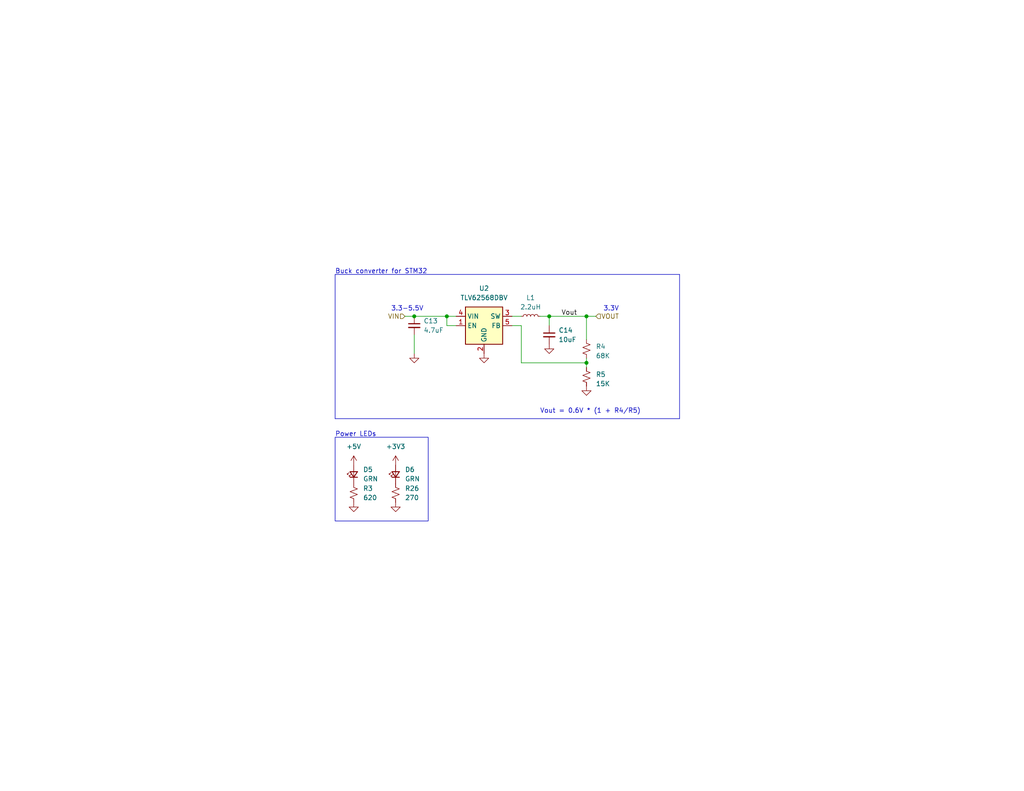
<source format=kicad_sch>
(kicad_sch (version 20230121) (generator eeschema)
  (paper "USLetter")
  (title_block (title "STM32 Buck Converter") (date "2023-09-16") (rev "A") (company "ECE 477"))
  (lib_symbols
    (symbol "Device:C_Small" (pin_numbers hide) (pin_names (offset 0.254) hide)
      (property "Reference" "C" (at 0.254 1.778 0))
      (property "Value" "C_Small" (at 0.254 -2.032 0))
      (symbol "C_Small_0_1"
        (polyline (pts (xy -1.524 -0.508) (xy 1.524 -0.508)) (stroke (width 0.3302)))
        (polyline (pts (xy -1.524 0.508) (xy 1.524 0.508)) (stroke (width 0.3048)))
      )
      (symbol "C_Small_1_1"
        (pin passive line (at 0 2.54 270) (length 2.032) (name "~") (number "1"))
        (pin passive line (at 0 -2.54 90) (length 2.032) (name "~") (number "2"))
      )
    )
    (symbol "Device:LED_Small" (pin_numbers hide) (pin_names (offset 0.254) hide)
      (property "Reference" "D" (at -1.27 3.175 0))
      (property "Value" "LED_Small" (at -4.445 -2.54 0))
      (symbol "LED_Small_0_1"
        (polyline (pts (xy -0.762 -1.016) (xy -0.762 1.016)) (stroke (width 0.254)))
        (polyline (pts (xy 1.016 0) (xy -0.762 0)))
        (polyline (pts (xy 0.762 -1.016) (xy -0.762 0) (xy 0.762 1.016) (xy 0.762 -1.016)) (stroke (width 0.254)))
        (polyline (pts (xy 0 0.762) (xy -0.508 1.27) (xy -0.254 1.27) (xy -0.508 1.27) (xy -0.508 1.016)))
        (polyline (pts (xy 0.508 1.27) (xy 0 1.778) (xy 0.254 1.778) (xy 0 1.778) (xy 0 1.524)))
      )
      (symbol "LED_Small_1_1"
        (pin passive line (at -2.54 0 0) (length 1.778) (name "K") (number "1"))
        (pin passive line (at 2.54 0 180) (length 1.778) (name "A") (number "2"))
      )
    )
    (symbol "Device:L_Small" (pin_numbers hide) (pin_names (offset 0.254) hide)
      (property "Reference" "L" (at 0.762 1.016 0))
      (property "Value" "L_Small" (at 0.762 -1.016 0))
      (symbol "L_Small_0_1"
        (arc (start 0 -2.032) (mid 0.5058 -1.524) (end 0 -1.016))
        (arc (start 0 -1.016) (mid 0.5058 -0.508) (end 0 0))
        (arc (start 0 0) (mid 0.5058 0.508) (end 0 1.016))
        (arc (start 0 1.016) (mid 0.5058 1.524) (end 0 2.032))
      )
      (symbol "L_Small_1_1"
        (pin passive line (at 0 2.54 270) (length 0.508) (name "~") (number "1"))
        (pin passive line (at 0 -2.54 90) (length 0.508) (name "~") (number "2"))
      )
    )
    (symbol "Device:R_Small_US" (pin_numbers hide) (pin_names (offset 0.254) hide)
      (property "Reference" "R" (at 0.762 0.508 0))
      (property "Value" "R_Small_US" (at 0.762 -1.016 0))
      (symbol "R_Small_US_1_1"
        (polyline (pts (xy 0 0) (xy 1.016 -0.381) (xy 0 -0.762) (xy -1.016 -1.143) (xy 0 -1.524)))
        (polyline (pts (xy 0 1.524) (xy 1.016 1.143) (xy 0 0.762) (xy -1.016 0.381) (xy 0 0)))
        (pin passive line (at 0 2.54 270) (length 1.016) (name "~") (number "1"))
        (pin passive line (at 0 -2.54 90) (length 1.016) (name "~") (number "2"))
      )
    )
    (symbol "Regulator_Switching:TLV62568DBV"
      (property "Reference" "U" (at -5.08 6.35 0))
      (property "Value" "TLV62568DBV" (at 0 6.35 0))
      (symbol "TLV62568DBV_0_1"
        (rectangle (start -5.08 5.08) (end 5.08 -5.08) (stroke (width 0.254)) (fill (type background)))
      )
      (symbol "TLV62568DBV_1_1"
        (pin input line (at -7.62 0 0) (length 2.54) (name "EN") (number "1"))
        (pin power_in line (at 0 -7.62 90) (length 2.54) (name "GND") (number "2"))
        (pin power_out line (at 7.62 2.54 180) (length 2.54) (name "SW") (number "3"))
        (pin power_in line (at -7.62 2.54 0) (length 2.54) (name "VIN") (number "4"))
        (pin input line (at 7.62 0 180) (length 2.54) (name "FB") (number "5"))
      )
    )
    (symbol "power:+3V3" (power) (pin_names (offset 0))
      (property "Value" "+3V3" (at 0 3.556 0))
      (symbol "+3V3_0_1"
        (polyline (pts (xy -0.762 1.27) (xy 0 2.54)))
        (polyline (pts (xy 0 0) (xy 0 2.54)))
        (polyline (pts (xy 0 2.54) (xy 0.762 1.27)))
      )
      (symbol "+3V3_1_1"
        (pin power_in line (at 0 0 90) (length 0) hide (name "+3V3") (number "1"))
      )
    )
    (symbol "power:+5V" (power) (pin_names (offset 0))
      (property "Value" "+5V" (at 0 3.556 0))
      (symbol "+5V_0_1"
        (polyline (pts (xy -0.762 1.27) (xy 0 2.54)))
        (polyline (pts (xy 0 0) (xy 0 2.54)))
        (polyline (pts (xy 0 2.54) (xy 0.762 1.27)))
      )
      (symbol "+5V_1_1"
        (pin power_in line (at 0 0 90) (length 0) hide (name "+5V") (number "1"))
      )
    )
    (symbol "power:GND" (power) (pin_names (offset 0))
      (property "Value" "GND" (at 0 -3.81 0))
      (symbol "GND_0_1"
        (polyline (pts (xy 0 0) (xy 0 -1.27) (xy 1.27 -1.27) (xy 0 -2.54) (xy -1.27 -1.27) (xy 0 -1.27)))
      )
      (symbol "GND_1_1"
        (pin power_in line (at 0 0 270) (length 0) hide (name "GND") (number "1"))
      )
    )
  )
  (junction (at 160.02 86.36))
  (junction (at 149.86 86.36))
  (junction (at 160.02 99.06))
  (junction (at 113.03 86.36))
  (junction (at 121.92 86.36))
  (wire (pts (xy 142.24 99.06) (xy 142.24 88.9)))
  (wire (pts (xy 160.02 86.36) (xy 160.02 92.71)))
  (wire (pts (xy 139.7 86.36) (xy 142.24 86.36)))
  (polyline (pts (xy 91.44 74.93) (xy 91.44 114.3)))
  (wire (pts (xy 139.7 88.9) (xy 142.24 88.9)))
  (wire (pts (xy 160.02 99.06) (xy 160.02 100.33)))
  (wire (pts (xy 160.02 97.79) (xy 160.02 99.06)))
  (wire (pts (xy 113.03 91.44) (xy 113.03 96.52)))
  (polyline (pts (xy 91.44 114.3) (xy 185.42 114.3)))
  (wire (pts (xy 149.86 86.36) (xy 149.86 88.9)))
  (wire (pts (xy 149.86 86.36) (xy 160.02 86.36)))
  (wire (pts (xy 160.02 86.36) (xy 162.56 86.36)))
  (wire (pts (xy 121.92 86.36) (xy 121.92 88.9)))
  (wire (pts (xy 110.49 86.36) (xy 113.03 86.36)))
  (wire (pts (xy 147.32 86.36) (xy 149.86 86.36)))
  (polyline (pts (xy 185.42 114.3) (xy 185.42 74.93)))
  (wire (pts (xy 113.03 86.36) (xy 121.92 86.36)))
  (polyline (pts (xy 185.42 74.93) (xy 91.44 74.93)))
  (wire (pts (xy 124.46 88.9) (xy 121.92 88.9)))
  (wire (pts (xy 142.24 99.06) (xy 160.02 99.06)))
  (wire (pts (xy 121.92 86.36) (xy 124.46 86.36)))
  (rectangle (start 91.44 119.38) (end 116.84 142.24))
  (text "Vout = 0.6V * (1 + R4/R5)" (at 147.32 113.03 0) (effects (font (size 1.27 1.27)) (justify left bottom)))
  (text "3.3V" (at 168.91 85.09 0) (effects (font (size 1.27 1.27)) (justify right bottom)))
  (text "Power LEDs" (at 91.44 119.38 0) (effects (font (size 1.27 1.27)) (justify left bottom)))
  (text "Buck converter for STM32" (at 91.44 74.93 0) (effects (font (size 1.27 1.27)) (justify left bottom)))
  (text "3.3-5.5V" (at 106.68 85.09 0) (effects (font (size 1.27 1.27)) (justify left bottom)))
  (label "Vout" (at 157.48 86.36 180))
  (hierarchical_label "VIN" (shape input) (at 110.49 86.36 180))
  (hierarchical_label "VOUT" (shape input) (at 162.56 86.36 0))
  (symbol (lib_id "power:GND") (at 132.08 96.52 0) (unit 1)
    (property "Reference" "#PWR024" (effects hide))
    (property "Value" "GND" (effects hide))
    (instances (project "Master PCB" (path "" (reference "#PWR024") (unit 1)) (path "" (reference "#PWR035") (unit 1))))
  )
  (symbol (lib_id "Device:LED_Small") (at 107.95 129.54 90) (unit 1)
    (property "Reference" "D6" (at 110.49 128.2065 90) (effects (justify right)))
    (property "Value" "GRN" (at 110.49 130.7465 90) (effects (justify right)))
    (property "Footprint" "LED_SMD:LED_0805_2012Metric_Pad1.15x1.40mm_HandSolder" (effects hide))
  )
  (symbol (lib_id "Device:R_Small_US") (at 160.02 95.25 0) (unit 1)
    (property "Reference" "R4" (at 162.56 94.615 0) (effects (justify left)))
    (property "Value" "68K" (at 162.56 97.155 0) (effects (justify left)))
    (property "Footprint" "Resistor_SMD:R_0805_2012Metric_Pad1.20x1.40mm_HandSolder" (effects hide))
  )
  (symbol (lib_id "power:GND") (at 113.03 96.52 0) (unit 1)
    (property "Reference" "#PWR025" (effects hide))
    (property "Value" "GND" (effects hide))
    (instances (project "Master PCB" (path "" (reference "#PWR025") (unit 1)) (path "" (reference "#PWR034") (unit 1))))
  )
  (symbol (lib_id "power:GND") (at 160.02 105.41 0) (unit 1)
    (property "Reference" "#PWR028" (effects hide))
    (property "Value" "GND" (effects hide))
    (instances (project "Master PCB" (path "" (reference "#PWR028") (unit 1)) (path "" (reference "#PWR037") (unit 1))))
  )
  (symbol (lib_id "Device:R_Small_US") (at 96.52 134.62 0) (unit 1)
    (property "Reference" "R3" (at 99.06 133.35 0) (effects (justify left)))
    (property "Value" "620" (at 99.06 135.89 0) (effects (justify left)))
    (property "Footprint" "Resistor_SMD:R_0805_2012Metric_Pad1.20x1.40mm_HandSolder" (effects hide))
  )
  (symbol (lib_id "Device:R_Small_US") (at 107.95 134.62 0) (unit 1)
    (property "Reference" "R26" (at 110.49 133.35 0) (effects (justify left)))
    (property "Value" "270" (at 110.49 135.89 0) (effects (justify left)))
    (property "Footprint" "Resistor_SMD:R_0805_2012Metric_Pad1.20x1.40mm_HandSolder" (effects hide))
  )
  (symbol (lib_id "Regulator_Switching:TLV62568DBV") (at 132.08 88.9 0) (unit 1)
    (property "Reference" "U2" (at 132.08 78.74 0))
    (property "Value" "TLV62568DBV" (at 132.08 81.28 0))
    (property "Footprint" "Package_TO_SOT_SMD:SOT-23-5" (effects hide))
    (property "Datasheet" "http://www.ti.com/lit/ds/symlink/tlv62568.pdf" (effects hide))
    (instances (project "Master PCB" (path "" (reference "U2") (unit 1)) (path "" (reference "U3") (unit 1))))
  )
  (symbol (lib_id "Device:R_Small_US") (at 160.02 102.87 0) (unit 1)
    (property "Reference" "R5" (at 162.56 102.235 0) (effects (justify left)))
    (property "Value" "15K" (at 162.56 104.775 0) (effects (justify left)))
    (property "Footprint" "Resistor_SMD:R_0805_2012Metric_Pad1.20x1.40mm_HandSolder" (effects hide))
  )
  (symbol (lib_id "Device:LED_Small") (at 96.52 129.54 90) (unit 1)
    (property "Reference" "D5" (at 99.06 128.2065 90) (effects (justify right)))
    (property "Value" "GRN" (at 99.06 130.7465 90) (effects (justify right)))
    (property "Footprint" "LED_SMD:LED_0805_2012Metric_Pad1.15x1.40mm_HandSolder" (effects hide))
  )
  (symbol (lib_id "Device:C_Small") (at 113.03 88.9 0) (unit 1)
    (property "Reference" "C13" (at 115.57 87.63 0) (effects (justify left)))
    (property "Value" "4.7uF" (at 115.57 90.17 0) (effects (justify left)))
    (property "Footprint" "Capacitor_SMD:C_0805_2012Metric_Pad1.18x1.45mm_HandSolder" (effects hide))
  )
  (symbol (lib_id "power:GND") (at 149.86 93.98 0) (unit 1)
    (property "Reference" "#PWR029" (effects hide))
    (property "Value" "GND" (effects hide))
    (instances (project "Master PCB" (path "" (reference "#PWR029") (unit 1)) (path "" (reference "#PWR036") (unit 1))))
  )
  (symbol (lib_id "Device:L_Small") (at 144.78 86.36 90) (unit 1)
    (property "Reference" "L1" (at 144.78 81.28 90))
    (property "Value" "2.2uH" (at 144.78 83.82 90))
    (property "Footprint" "Inductor_SMD_Other:L_4.0x4.0_H1.8" (effects hide))
  )
  (symbol (lib_id "power:GND") (at 107.95 137.16 0) (unit 1)
    (property "Reference" "#PWR091" (effects hide))
    (property "Value" "GND" (effects hide))
  )
  (symbol (lib_id "power:+5V") (at 96.52 127 0) (unit 1)
    (property "Reference" "#PWR033" (effects hide))
    (property "Value" "+5V" (at 96.52 121.92 0))
  )
  (symbol (lib_id "power:GND") (at 96.52 137.16 0) (unit 1)
    (property "Reference" "#PWR090" (effects hide))
    (property "Value" "GND" (effects hide))
    (instances (project "Master PCB" (path "" (reference "#PWR090") (unit 1)) (path "" (reference "#PWR039") (unit 1))))
  )
  (symbol (lib_id "Device:C_Small") (at 149.86 91.44 0) (unit 1)
    (property "Reference" "C14" (at 152.4 90.1763 0) (effects (justify left)))
    (property "Value" "10uF" (at 152.4 92.7163 0) (effects (justify left)))
    (property "Footprint" "Capacitor_SMD:C_0805_2012Metric_Pad1.18x1.45mm_HandSolder" (effects hide))
  )
  (symbol (lib_id "power:+3V3") (at 107.95 127 0) (unit 1)
    (property "Reference" "#PWR039" (effects hide))
    (property "Value" "+3V3" (at 107.95 121.92 0))
    (instances (project "Master PCB" (path "" (reference "#PWR039") (unit 1)) (path "" (reference "#PWR090") (unit 1))))
  )
)
</source>
